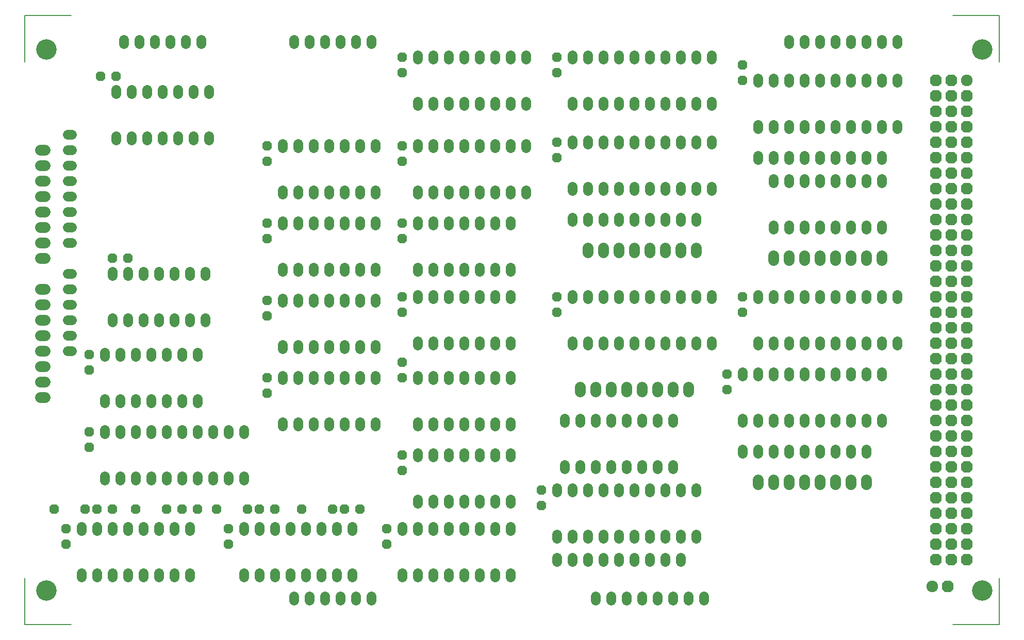
<source format=gts>
G75*
G70*
%OFA0B0*%
%FSLAX24Y24*%
%IPPOS*%
%LPD*%
%AMOC8*
5,1,8,0,0,1.08239X$1,22.5*
%
%ADD10C,0.0624*%
%ADD11OC8,0.0624*%
%ADD12C,0.0756*%
%ADD13OC8,0.0756*%
%ADD14C,0.1320*%
%ADD15C,0.0060*%
%ADD16C,0.0712*%
D10*
X008598Y010490D02*
X008598Y010750D01*
X009598Y010750D02*
X009598Y010490D01*
X010598Y010490D02*
X010598Y010750D01*
X011598Y010750D02*
X011598Y010490D01*
X012598Y010490D02*
X012598Y010750D01*
X013598Y010750D02*
X013598Y010490D01*
X014598Y010490D02*
X014598Y010750D01*
X015598Y010750D02*
X015598Y010490D01*
X015598Y013490D02*
X015598Y013750D01*
X014598Y013750D02*
X014598Y013490D01*
X013598Y013490D02*
X013598Y013750D01*
X012598Y013750D02*
X012598Y013490D01*
X011598Y013490D02*
X011598Y013750D01*
X010598Y013750D02*
X010598Y013490D01*
X009598Y013490D02*
X009598Y013750D01*
X008598Y013750D02*
X008598Y013490D01*
X010098Y016740D02*
X010098Y017000D01*
X011098Y017000D02*
X011098Y016740D01*
X012098Y016740D02*
X012098Y017000D01*
X013098Y017000D02*
X013098Y016740D01*
X014098Y016740D02*
X014098Y017000D01*
X015098Y017000D02*
X015098Y016740D01*
X016098Y016740D02*
X016098Y017000D01*
X017098Y017000D02*
X017098Y016740D01*
X018098Y016740D02*
X018098Y017000D01*
X019098Y017000D02*
X019098Y016740D01*
X019098Y013750D02*
X019098Y013490D01*
X020098Y013490D02*
X020098Y013750D01*
X021098Y013750D02*
X021098Y013490D01*
X022098Y013490D02*
X022098Y013750D01*
X023098Y013750D02*
X023098Y013490D01*
X024098Y013490D02*
X024098Y013750D01*
X025098Y013750D02*
X025098Y013490D01*
X026098Y013490D02*
X026098Y013750D01*
X029348Y013750D02*
X029348Y013490D01*
X030348Y013490D02*
X030348Y013750D01*
X031348Y013750D02*
X031348Y013490D01*
X032348Y013490D02*
X032348Y013750D01*
X033348Y013750D02*
X033348Y013490D01*
X034348Y013490D02*
X034348Y013750D01*
X035348Y013750D02*
X035348Y013490D01*
X036348Y013490D02*
X036348Y013750D01*
X036348Y015240D02*
X036348Y015500D01*
X035348Y015500D02*
X035348Y015240D01*
X034348Y015240D02*
X034348Y015500D01*
X033348Y015500D02*
X033348Y015240D01*
X032348Y015240D02*
X032348Y015500D01*
X031348Y015500D02*
X031348Y015240D01*
X030348Y015240D02*
X030348Y015500D01*
X030348Y018240D02*
X030348Y018500D01*
X031348Y018500D02*
X031348Y018240D01*
X032348Y018240D02*
X032348Y018500D01*
X033348Y018500D02*
X033348Y018240D01*
X034348Y018240D02*
X034348Y018500D01*
X035348Y018500D02*
X035348Y018240D01*
X036348Y018240D02*
X036348Y018500D01*
X036348Y020240D02*
X036348Y020500D01*
X035348Y020500D02*
X035348Y020240D01*
X034348Y020240D02*
X034348Y020500D01*
X033348Y020500D02*
X033348Y020240D01*
X032348Y020240D02*
X032348Y020500D01*
X031348Y020500D02*
X031348Y020240D01*
X030348Y020240D02*
X030348Y020500D01*
X027598Y020500D02*
X027598Y020240D01*
X026598Y020240D02*
X026598Y020500D01*
X025598Y020500D02*
X025598Y020240D01*
X024598Y020240D02*
X024598Y020500D01*
X023598Y020500D02*
X023598Y020240D01*
X022598Y020240D02*
X022598Y020500D01*
X021598Y020500D02*
X021598Y020240D01*
X019098Y020000D02*
X019098Y019740D01*
X018098Y019740D02*
X018098Y020000D01*
X017098Y020000D02*
X017098Y019740D01*
X016098Y019740D02*
X016098Y020000D01*
X015098Y020000D02*
X015098Y019740D01*
X014098Y019740D02*
X014098Y020000D01*
X013098Y020000D02*
X013098Y019740D01*
X012098Y019740D02*
X012098Y020000D01*
X011098Y020000D02*
X011098Y019740D01*
X010098Y019740D02*
X010098Y020000D01*
X010098Y021740D02*
X010098Y022000D01*
X011098Y022000D02*
X011098Y021740D01*
X012098Y021740D02*
X012098Y022000D01*
X013098Y022000D02*
X013098Y021740D01*
X014098Y021740D02*
X014098Y022000D01*
X015098Y022000D02*
X015098Y021740D01*
X016098Y021740D02*
X016098Y022000D01*
X016098Y024740D02*
X016098Y025000D01*
X015098Y025000D02*
X015098Y024740D01*
X014098Y024740D02*
X014098Y025000D01*
X013098Y025000D02*
X013098Y024740D01*
X012098Y024740D02*
X012098Y025000D01*
X011098Y025000D02*
X011098Y024740D01*
X010098Y024740D02*
X010098Y025000D01*
X010598Y026990D02*
X010598Y027250D01*
X011598Y027250D02*
X011598Y026990D01*
X012598Y026990D02*
X012598Y027250D01*
X013598Y027250D02*
X013598Y026990D01*
X014598Y026990D02*
X014598Y027250D01*
X015598Y027250D02*
X015598Y026990D01*
X016598Y026990D02*
X016598Y027250D01*
X016598Y029990D02*
X016598Y030250D01*
X015598Y030250D02*
X015598Y029990D01*
X014598Y029990D02*
X014598Y030250D01*
X013598Y030250D02*
X013598Y029990D01*
X012598Y029990D02*
X012598Y030250D01*
X011598Y030250D02*
X011598Y029990D01*
X010598Y029990D02*
X010598Y030250D01*
X007978Y030120D02*
X007718Y030120D01*
X007718Y029120D02*
X007978Y029120D01*
X007978Y028120D02*
X007718Y028120D01*
X007718Y027120D02*
X007978Y027120D01*
X007978Y026120D02*
X007718Y026120D01*
X007718Y025120D02*
X007978Y025120D01*
X007978Y032120D02*
X007718Y032120D01*
X007718Y033120D02*
X007978Y033120D01*
X007978Y034120D02*
X007718Y034120D01*
X007718Y035120D02*
X007978Y035120D01*
X007978Y036120D02*
X007718Y036120D01*
X007718Y037120D02*
X007978Y037120D01*
X007978Y038120D02*
X007718Y038120D01*
X007718Y039120D02*
X007978Y039120D01*
X010848Y039000D02*
X010848Y038740D01*
X011848Y038740D02*
X011848Y039000D01*
X012848Y039000D02*
X012848Y038740D01*
X013848Y038740D02*
X013848Y039000D01*
X014848Y039000D02*
X014848Y038740D01*
X015848Y038740D02*
X015848Y039000D01*
X016848Y039000D02*
X016848Y038740D01*
X016848Y041740D02*
X016848Y042000D01*
X015848Y042000D02*
X015848Y041740D01*
X014848Y041740D02*
X014848Y042000D01*
X013848Y042000D02*
X013848Y041740D01*
X012848Y041740D02*
X012848Y042000D01*
X011848Y042000D02*
X011848Y041740D01*
X010848Y041740D02*
X010848Y042000D01*
X011348Y044990D02*
X011348Y045250D01*
X012348Y045250D02*
X012348Y044990D01*
X013348Y044990D02*
X013348Y045250D01*
X014348Y045250D02*
X014348Y044990D01*
X015348Y044990D02*
X015348Y045250D01*
X016348Y045250D02*
X016348Y044990D01*
X022348Y044990D02*
X022348Y045250D01*
X023348Y045250D02*
X023348Y044990D01*
X024348Y044990D02*
X024348Y045250D01*
X025348Y045250D02*
X025348Y044990D01*
X026348Y044990D02*
X026348Y045250D01*
X027348Y045250D02*
X027348Y044990D01*
X030348Y044250D02*
X030348Y043990D01*
X031348Y043990D02*
X031348Y044250D01*
X032348Y044250D02*
X032348Y043990D01*
X033348Y043990D02*
X033348Y044250D01*
X034348Y044250D02*
X034348Y043990D01*
X035348Y043990D02*
X035348Y044250D01*
X036348Y044250D02*
X036348Y043990D01*
X037348Y043990D02*
X037348Y044250D01*
X040348Y044250D02*
X040348Y043990D01*
X041348Y043990D02*
X041348Y044250D01*
X042348Y044250D02*
X042348Y043990D01*
X043348Y043990D02*
X043348Y044250D01*
X044348Y044250D02*
X044348Y043990D01*
X045348Y043990D02*
X045348Y044250D01*
X046348Y044250D02*
X046348Y043990D01*
X047348Y043990D02*
X047348Y044250D01*
X048348Y044250D02*
X048348Y043990D01*
X049348Y043990D02*
X049348Y044250D01*
X052348Y042750D02*
X052348Y042490D01*
X053348Y042490D02*
X053348Y042750D01*
X054348Y042750D02*
X054348Y042490D01*
X055348Y042490D02*
X055348Y042750D01*
X056348Y042750D02*
X056348Y042490D01*
X057348Y042490D02*
X057348Y042750D01*
X058348Y042750D02*
X058348Y042490D01*
X059348Y042490D02*
X059348Y042750D01*
X060348Y042750D02*
X060348Y042490D01*
X061348Y042490D02*
X061348Y042750D01*
X061348Y044990D02*
X061348Y045250D01*
X060348Y045250D02*
X060348Y044990D01*
X059348Y044990D02*
X059348Y045250D01*
X058348Y045250D02*
X058348Y044990D01*
X057348Y044990D02*
X057348Y045250D01*
X056348Y045250D02*
X056348Y044990D01*
X055348Y044990D02*
X055348Y045250D01*
X054348Y045250D02*
X054348Y044990D01*
X049348Y041250D02*
X049348Y040990D01*
X048348Y040990D02*
X048348Y041250D01*
X047348Y041250D02*
X047348Y040990D01*
X046348Y040990D02*
X046348Y041250D01*
X045348Y041250D02*
X045348Y040990D01*
X044348Y040990D02*
X044348Y041250D01*
X043348Y041250D02*
X043348Y040990D01*
X042348Y040990D02*
X042348Y041250D01*
X041348Y041250D02*
X041348Y040990D01*
X040348Y040990D02*
X040348Y041250D01*
X037348Y041250D02*
X037348Y040990D01*
X036348Y040990D02*
X036348Y041250D01*
X035348Y041250D02*
X035348Y040990D01*
X034348Y040990D02*
X034348Y041250D01*
X033348Y041250D02*
X033348Y040990D01*
X032348Y040990D02*
X032348Y041250D01*
X031348Y041250D02*
X031348Y040990D01*
X030348Y040990D02*
X030348Y041250D01*
X030348Y038500D02*
X030348Y038240D01*
X031348Y038240D02*
X031348Y038500D01*
X032348Y038500D02*
X032348Y038240D01*
X033348Y038240D02*
X033348Y038500D01*
X034348Y038500D02*
X034348Y038240D01*
X035348Y038240D02*
X035348Y038500D01*
X036348Y038500D02*
X036348Y038240D01*
X037348Y038240D02*
X037348Y038500D01*
X040348Y038490D02*
X040348Y038750D01*
X041348Y038750D02*
X041348Y038490D01*
X042348Y038490D02*
X042348Y038750D01*
X043348Y038750D02*
X043348Y038490D01*
X044348Y038490D02*
X044348Y038750D01*
X045348Y038750D02*
X045348Y038490D01*
X046348Y038490D02*
X046348Y038750D01*
X047348Y038750D02*
X047348Y038490D01*
X048348Y038490D02*
X048348Y038750D01*
X049348Y038750D02*
X049348Y038490D01*
X052348Y037750D02*
X052348Y037490D01*
X053348Y037490D02*
X053348Y037750D01*
X054348Y037750D02*
X054348Y037490D01*
X055348Y037490D02*
X055348Y037750D01*
X056348Y037750D02*
X056348Y037490D01*
X057348Y037490D02*
X057348Y037750D01*
X058348Y037750D02*
X058348Y037490D01*
X059348Y037490D02*
X059348Y037750D01*
X060348Y037750D02*
X060348Y037490D01*
X060348Y036250D02*
X060348Y035990D01*
X059348Y035990D02*
X059348Y036250D01*
X058348Y036250D02*
X058348Y035990D01*
X057348Y035990D02*
X057348Y036250D01*
X056348Y036250D02*
X056348Y035990D01*
X055348Y035990D02*
X055348Y036250D01*
X054348Y036250D02*
X054348Y035990D01*
X053348Y035990D02*
X053348Y036250D01*
X053348Y033250D02*
X053348Y032990D01*
X054348Y032990D02*
X054348Y033250D01*
X055348Y033250D02*
X055348Y032990D01*
X056348Y032990D02*
X056348Y033250D01*
X057348Y033250D02*
X057348Y032990D01*
X058348Y032990D02*
X058348Y033250D01*
X059348Y033250D02*
X059348Y032990D01*
X060348Y032990D02*
X060348Y033250D01*
X060348Y028750D02*
X060348Y028490D01*
X061348Y028490D02*
X061348Y028750D01*
X059348Y028750D02*
X059348Y028490D01*
X058348Y028490D02*
X058348Y028750D01*
X057348Y028750D02*
X057348Y028490D01*
X056348Y028490D02*
X056348Y028750D01*
X055348Y028750D02*
X055348Y028490D01*
X054348Y028490D02*
X054348Y028750D01*
X053348Y028750D02*
X053348Y028490D01*
X052348Y028490D02*
X052348Y028750D01*
X049348Y028750D02*
X049348Y028490D01*
X048348Y028490D02*
X048348Y028750D01*
X047348Y028750D02*
X047348Y028490D01*
X046348Y028490D02*
X046348Y028750D01*
X045348Y028750D02*
X045348Y028490D01*
X044348Y028490D02*
X044348Y028750D01*
X043348Y028750D02*
X043348Y028490D01*
X042348Y028490D02*
X042348Y028750D01*
X041348Y028750D02*
X041348Y028490D01*
X040348Y028490D02*
X040348Y028750D01*
X036348Y028750D02*
X036348Y028490D01*
X035348Y028490D02*
X035348Y028750D01*
X034348Y028750D02*
X034348Y028490D01*
X033348Y028490D02*
X033348Y028750D01*
X032348Y028750D02*
X032348Y028490D01*
X031348Y028490D02*
X031348Y028750D01*
X030348Y028750D02*
X030348Y028490D01*
X030348Y030240D02*
X030348Y030500D01*
X031348Y030500D02*
X031348Y030240D01*
X032348Y030240D02*
X032348Y030500D01*
X033348Y030500D02*
X033348Y030240D01*
X034348Y030240D02*
X034348Y030500D01*
X035348Y030500D02*
X035348Y030240D01*
X036348Y030240D02*
X036348Y030500D01*
X036348Y033240D02*
X036348Y033500D01*
X035348Y033500D02*
X035348Y033240D01*
X034348Y033240D02*
X034348Y033500D01*
X033348Y033500D02*
X033348Y033240D01*
X032348Y033240D02*
X032348Y033500D01*
X031348Y033500D02*
X031348Y033240D01*
X030348Y033240D02*
X030348Y033500D01*
X030348Y035240D02*
X030348Y035500D01*
X031348Y035500D02*
X031348Y035240D01*
X032348Y035240D02*
X032348Y035500D01*
X033348Y035500D02*
X033348Y035240D01*
X034348Y035240D02*
X034348Y035500D01*
X035348Y035500D02*
X035348Y035240D01*
X036348Y035240D02*
X036348Y035500D01*
X037348Y035500D02*
X037348Y035240D01*
X040348Y035490D02*
X040348Y035750D01*
X041348Y035750D02*
X041348Y035490D01*
X042348Y035490D02*
X042348Y035750D01*
X043348Y035750D02*
X043348Y035490D01*
X044348Y035490D02*
X044348Y035750D01*
X045348Y035750D02*
X045348Y035490D01*
X046348Y035490D02*
X046348Y035750D01*
X047348Y035750D02*
X047348Y035490D01*
X048348Y035490D02*
X048348Y035750D01*
X049348Y035750D02*
X049348Y035490D01*
X048348Y033750D02*
X048348Y033490D01*
X047348Y033490D02*
X047348Y033750D01*
X046348Y033750D02*
X046348Y033490D01*
X045348Y033490D02*
X045348Y033750D01*
X044348Y033750D02*
X044348Y033490D01*
X043348Y033490D02*
X043348Y033750D01*
X042348Y033750D02*
X042348Y033490D01*
X041348Y033490D02*
X041348Y033750D01*
X040348Y033750D02*
X040348Y033490D01*
X040348Y025750D02*
X040348Y025490D01*
X041348Y025490D02*
X041348Y025750D01*
X042348Y025750D02*
X042348Y025490D01*
X043348Y025490D02*
X043348Y025750D01*
X044348Y025750D02*
X044348Y025490D01*
X045348Y025490D02*
X045348Y025750D01*
X046348Y025750D02*
X046348Y025490D01*
X047348Y025490D02*
X047348Y025750D01*
X048348Y025750D02*
X048348Y025490D01*
X049348Y025490D02*
X049348Y025750D01*
X051348Y023750D02*
X051348Y023490D01*
X052348Y023490D02*
X052348Y023750D01*
X053348Y023750D02*
X053348Y023490D01*
X054348Y023490D02*
X054348Y023750D01*
X055348Y023750D02*
X055348Y023490D01*
X056348Y023490D02*
X056348Y023750D01*
X057348Y023750D02*
X057348Y023490D01*
X058348Y023490D02*
X058348Y023750D01*
X059348Y023750D02*
X059348Y023490D01*
X060348Y023490D02*
X060348Y023750D01*
X060348Y025490D02*
X060348Y025750D01*
X061348Y025750D02*
X061348Y025490D01*
X059348Y025490D02*
X059348Y025750D01*
X058348Y025750D02*
X058348Y025490D01*
X057348Y025490D02*
X057348Y025750D01*
X056348Y025750D02*
X056348Y025490D01*
X055348Y025490D02*
X055348Y025750D01*
X054348Y025750D02*
X054348Y025490D01*
X053348Y025490D02*
X053348Y025750D01*
X052348Y025750D02*
X052348Y025490D01*
X052348Y020750D02*
X052348Y020490D01*
X051348Y020490D02*
X051348Y020750D01*
X053348Y020750D02*
X053348Y020490D01*
X054348Y020490D02*
X054348Y020750D01*
X055348Y020750D02*
X055348Y020490D01*
X056348Y020490D02*
X056348Y020750D01*
X057348Y020750D02*
X057348Y020490D01*
X058348Y020490D02*
X058348Y020750D01*
X059348Y020750D02*
X059348Y020490D01*
X060348Y020490D02*
X060348Y020750D01*
X059348Y018750D02*
X059348Y018490D01*
X058348Y018490D02*
X058348Y018750D01*
X057348Y018750D02*
X057348Y018490D01*
X056348Y018490D02*
X056348Y018750D01*
X055348Y018750D02*
X055348Y018490D01*
X054348Y018490D02*
X054348Y018750D01*
X053348Y018750D02*
X053348Y018490D01*
X052348Y018490D02*
X052348Y018750D01*
X051348Y018750D02*
X051348Y018490D01*
X048348Y016250D02*
X048348Y015990D01*
X047348Y015990D02*
X047348Y016250D01*
X046348Y016250D02*
X046348Y015990D01*
X045348Y015990D02*
X045348Y016250D01*
X044348Y016250D02*
X044348Y015990D01*
X043348Y015990D02*
X043348Y016250D01*
X042348Y016250D02*
X042348Y015990D01*
X041348Y015990D02*
X041348Y016250D01*
X040348Y016250D02*
X040348Y015990D01*
X039348Y015990D02*
X039348Y016250D01*
X039848Y017490D02*
X039848Y017750D01*
X040848Y017750D02*
X040848Y017490D01*
X041848Y017490D02*
X041848Y017750D01*
X042848Y017750D02*
X042848Y017490D01*
X043848Y017490D02*
X043848Y017750D01*
X044848Y017750D02*
X044848Y017490D01*
X045848Y017490D02*
X045848Y017750D01*
X046848Y017750D02*
X046848Y017490D01*
X046848Y020490D02*
X046848Y020750D01*
X045848Y020750D02*
X045848Y020490D01*
X044848Y020490D02*
X044848Y020750D01*
X043848Y020750D02*
X043848Y020490D01*
X042848Y020490D02*
X042848Y020750D01*
X041848Y020750D02*
X041848Y020490D01*
X040848Y020490D02*
X040848Y020750D01*
X039848Y020750D02*
X039848Y020490D01*
X036348Y023240D02*
X036348Y023500D01*
X035348Y023500D02*
X035348Y023240D01*
X034348Y023240D02*
X034348Y023500D01*
X033348Y023500D02*
X033348Y023240D01*
X032348Y023240D02*
X032348Y023500D01*
X031348Y023500D02*
X031348Y023240D01*
X030348Y023240D02*
X030348Y023500D01*
X030348Y025490D02*
X030348Y025750D01*
X031348Y025750D02*
X031348Y025490D01*
X032348Y025490D02*
X032348Y025750D01*
X033348Y025750D02*
X033348Y025490D01*
X034348Y025490D02*
X034348Y025750D01*
X035348Y025750D02*
X035348Y025490D01*
X036348Y025490D02*
X036348Y025750D01*
X027598Y025500D02*
X027598Y025240D01*
X026598Y025240D02*
X026598Y025500D01*
X025598Y025500D02*
X025598Y025240D01*
X024598Y025240D02*
X024598Y025500D01*
X023598Y025500D02*
X023598Y025240D01*
X022598Y025240D02*
X022598Y025500D01*
X021598Y025500D02*
X021598Y025240D01*
X021598Y023500D02*
X021598Y023240D01*
X022598Y023240D02*
X022598Y023500D01*
X023598Y023500D02*
X023598Y023240D01*
X024598Y023240D02*
X024598Y023500D01*
X025598Y023500D02*
X025598Y023240D01*
X026598Y023240D02*
X026598Y023500D01*
X027598Y023500D02*
X027598Y023240D01*
X027598Y028240D02*
X027598Y028500D01*
X026598Y028500D02*
X026598Y028240D01*
X025598Y028240D02*
X025598Y028500D01*
X024598Y028500D02*
X024598Y028240D01*
X023598Y028240D02*
X023598Y028500D01*
X022598Y028500D02*
X022598Y028240D01*
X021598Y028240D02*
X021598Y028500D01*
X021598Y030240D02*
X021598Y030500D01*
X022598Y030500D02*
X022598Y030240D01*
X023598Y030240D02*
X023598Y030500D01*
X024598Y030500D02*
X024598Y030240D01*
X025598Y030240D02*
X025598Y030500D01*
X026598Y030500D02*
X026598Y030240D01*
X027598Y030240D02*
X027598Y030500D01*
X027598Y033240D02*
X027598Y033500D01*
X026598Y033500D02*
X026598Y033240D01*
X025598Y033240D02*
X025598Y033500D01*
X024598Y033500D02*
X024598Y033240D01*
X023598Y033240D02*
X023598Y033500D01*
X022598Y033500D02*
X022598Y033240D01*
X021598Y033240D02*
X021598Y033500D01*
X021598Y035240D02*
X021598Y035500D01*
X022598Y035500D02*
X022598Y035240D01*
X023598Y035240D02*
X023598Y035500D01*
X024598Y035500D02*
X024598Y035240D01*
X025598Y035240D02*
X025598Y035500D01*
X026598Y035500D02*
X026598Y035240D01*
X027598Y035240D02*
X027598Y035500D01*
X027598Y038240D02*
X027598Y038500D01*
X026598Y038500D02*
X026598Y038240D01*
X025598Y038240D02*
X025598Y038500D01*
X024598Y038500D02*
X024598Y038240D01*
X023598Y038240D02*
X023598Y038500D01*
X022598Y038500D02*
X022598Y038240D01*
X021598Y038240D02*
X021598Y038500D01*
X052348Y039490D02*
X052348Y039750D01*
X053348Y039750D02*
X053348Y039490D01*
X054348Y039490D02*
X054348Y039750D01*
X055348Y039750D02*
X055348Y039490D01*
X056348Y039490D02*
X056348Y039750D01*
X057348Y039750D02*
X057348Y039490D01*
X058348Y039490D02*
X058348Y039750D01*
X059348Y039750D02*
X059348Y039490D01*
X060348Y039490D02*
X060348Y039750D01*
X061348Y039750D02*
X061348Y039490D01*
X048348Y013250D02*
X048348Y012990D01*
X047348Y012990D02*
X047348Y013250D01*
X046348Y013250D02*
X046348Y012990D01*
X045348Y012990D02*
X045348Y013250D01*
X044348Y013250D02*
X044348Y012990D01*
X043348Y012990D02*
X043348Y013250D01*
X042348Y013250D02*
X042348Y012990D01*
X041348Y012990D02*
X041348Y013250D01*
X040348Y013250D02*
X040348Y012990D01*
X039348Y012990D02*
X039348Y013250D01*
X039348Y011750D02*
X039348Y011490D01*
X040348Y011490D02*
X040348Y011750D01*
X041348Y011750D02*
X041348Y011490D01*
X042348Y011490D02*
X042348Y011750D01*
X043348Y011750D02*
X043348Y011490D01*
X044348Y011490D02*
X044348Y011750D01*
X045348Y011750D02*
X045348Y011490D01*
X046348Y011490D02*
X046348Y011750D01*
X047348Y011750D02*
X047348Y011490D01*
X047848Y009250D02*
X047848Y008990D01*
X048848Y008990D02*
X048848Y009250D01*
X046848Y009250D02*
X046848Y008990D01*
X045848Y008990D02*
X045848Y009250D01*
X044848Y009250D02*
X044848Y008990D01*
X043848Y008990D02*
X043848Y009250D01*
X042848Y009250D02*
X042848Y008990D01*
X041848Y008990D02*
X041848Y009250D01*
X036348Y010490D02*
X036348Y010750D01*
X035348Y010750D02*
X035348Y010490D01*
X034348Y010490D02*
X034348Y010750D01*
X033348Y010750D02*
X033348Y010490D01*
X032348Y010490D02*
X032348Y010750D01*
X031348Y010750D02*
X031348Y010490D01*
X030348Y010490D02*
X030348Y010750D01*
X029348Y010750D02*
X029348Y010490D01*
X027348Y009250D02*
X027348Y008990D01*
X026348Y008990D02*
X026348Y009250D01*
X025348Y009250D02*
X025348Y008990D01*
X024348Y008990D02*
X024348Y009250D01*
X023348Y009250D02*
X023348Y008990D01*
X022348Y008990D02*
X022348Y009250D01*
X022098Y010490D02*
X022098Y010750D01*
X023098Y010750D02*
X023098Y010490D01*
X024098Y010490D02*
X024098Y010750D01*
X025098Y010750D02*
X025098Y010490D01*
X026098Y010490D02*
X026098Y010750D01*
X021098Y010750D02*
X021098Y010490D01*
X020098Y010490D02*
X020098Y010750D01*
X019098Y010750D02*
X019098Y010490D01*
D11*
X018098Y012620D03*
X018098Y013620D03*
X017348Y014870D03*
X016098Y014870D03*
X015098Y014870D03*
X014098Y014870D03*
X012098Y014870D03*
X010598Y014870D03*
X009598Y014870D03*
X008848Y014870D03*
X007598Y013620D03*
X007598Y012620D03*
X006848Y014870D03*
X009098Y018870D03*
X009098Y019870D03*
X009098Y023870D03*
X009098Y024870D03*
X010598Y031120D03*
X011598Y031120D03*
X020598Y032370D03*
X020598Y033370D03*
X020598Y037370D03*
X020598Y038370D03*
X029348Y038370D03*
X029348Y037370D03*
X029348Y033370D03*
X029348Y032370D03*
X029348Y028620D03*
X029348Y027620D03*
X029348Y024370D03*
X029348Y023370D03*
X029348Y018370D03*
X029348Y017370D03*
X026598Y014870D03*
X025598Y014870D03*
X024848Y014870D03*
X022848Y014870D03*
X021098Y014870D03*
X020098Y014870D03*
X019348Y014870D03*
X028348Y013620D03*
X028348Y012620D03*
X038348Y015120D03*
X038348Y016120D03*
X050348Y022620D03*
X050348Y023620D03*
X051348Y027620D03*
X051348Y028620D03*
X039348Y028620D03*
X039348Y027620D03*
X039348Y037620D03*
X039348Y038620D03*
X039348Y043120D03*
X039348Y044120D03*
X029348Y044120D03*
X029348Y043120D03*
X010848Y042870D03*
X009848Y042870D03*
X020598Y028370D03*
X020598Y027370D03*
X020598Y023370D03*
X020598Y022370D03*
X051348Y042620D03*
X051348Y043620D03*
D12*
X065848Y042620D03*
X063598Y009870D03*
D13*
X064598Y009870D03*
X064848Y011620D03*
X065848Y011620D03*
X065848Y012620D03*
X064848Y012620D03*
X064848Y013620D03*
X064848Y014620D03*
X065848Y014620D03*
X065848Y013620D03*
X065848Y015620D03*
X064848Y015620D03*
X064848Y016620D03*
X065848Y016620D03*
X065848Y017620D03*
X064848Y017620D03*
X064848Y018620D03*
X065848Y018620D03*
X065848Y019620D03*
X064848Y019620D03*
X064848Y020620D03*
X064848Y021620D03*
X065848Y021620D03*
X065848Y020620D03*
X065848Y022620D03*
X064848Y022620D03*
X064848Y023620D03*
X065848Y023620D03*
X065848Y024620D03*
X064848Y024620D03*
X064848Y025620D03*
X065848Y025620D03*
X065848Y026620D03*
X065848Y027620D03*
X064848Y027620D03*
X064848Y026620D03*
X063848Y026620D03*
X063848Y027620D03*
X063848Y028620D03*
X063848Y029620D03*
X063848Y030620D03*
X063848Y031620D03*
X063848Y032620D03*
X063848Y033620D03*
X063848Y034620D03*
X063848Y035620D03*
X063848Y036620D03*
X063848Y037620D03*
X063848Y038620D03*
X063848Y039620D03*
X063848Y040620D03*
X063848Y041620D03*
X063848Y042620D03*
X064848Y042620D03*
X064848Y041620D03*
X065848Y041620D03*
X065848Y040620D03*
X064848Y040620D03*
X064848Y039620D03*
X065848Y039620D03*
X065848Y038620D03*
X064848Y038620D03*
X064848Y037620D03*
X065848Y037620D03*
X065848Y036620D03*
X064848Y036620D03*
X064848Y035620D03*
X065848Y035620D03*
X065848Y034620D03*
X064848Y034620D03*
X064848Y033620D03*
X065848Y033620D03*
X065848Y032620D03*
X064848Y032620D03*
X064848Y031620D03*
X065848Y031620D03*
X065848Y030620D03*
X064848Y030620D03*
X064848Y029620D03*
X065848Y029620D03*
X065848Y028620D03*
X064848Y028620D03*
X063848Y025620D03*
X063848Y024620D03*
X063848Y023620D03*
X063848Y022620D03*
X063848Y021620D03*
X063848Y020620D03*
X063848Y019620D03*
X063848Y018620D03*
X063848Y017620D03*
X063848Y016620D03*
X063848Y015620D03*
X063848Y014620D03*
X063848Y013620D03*
X063848Y012620D03*
X063848Y011620D03*
D14*
X066848Y009620D03*
X066848Y044620D03*
X006348Y044620D03*
X006348Y009620D03*
D15*
X004948Y010430D02*
X004948Y007430D01*
X007948Y007430D01*
X004948Y043810D02*
X004948Y046810D01*
X007948Y046810D01*
X064948Y046810D02*
X067948Y046810D01*
X067948Y043810D01*
X067948Y010430D02*
X067948Y007430D01*
X064948Y007430D01*
D16*
X059348Y016471D02*
X059348Y016768D01*
X058348Y016768D02*
X058348Y016471D01*
X057348Y016471D02*
X057348Y016768D01*
X056348Y016768D02*
X056348Y016471D01*
X055348Y016471D02*
X055348Y016768D01*
X054348Y016768D02*
X054348Y016471D01*
X053348Y016471D02*
X053348Y016768D01*
X052348Y016768D02*
X052348Y016471D01*
X047848Y022471D02*
X047848Y022768D01*
X046848Y022768D02*
X046848Y022471D01*
X045848Y022471D02*
X045848Y022768D01*
X044848Y022768D02*
X044848Y022471D01*
X043848Y022471D02*
X043848Y022768D01*
X042848Y022768D02*
X042848Y022471D01*
X041848Y022471D02*
X041848Y022768D01*
X040848Y022768D02*
X040848Y022471D01*
X041348Y031471D02*
X041348Y031768D01*
X042348Y031768D02*
X042348Y031471D01*
X043348Y031471D02*
X043348Y031768D01*
X044348Y031768D02*
X044348Y031471D01*
X045348Y031471D02*
X045348Y031768D01*
X046348Y031768D02*
X046348Y031471D01*
X047348Y031471D02*
X047348Y031768D01*
X048348Y031768D02*
X048348Y031471D01*
X053348Y031268D02*
X053348Y030971D01*
X054348Y030971D02*
X054348Y031268D01*
X055348Y031268D02*
X055348Y030971D01*
X056348Y030971D02*
X056348Y031268D01*
X057348Y031268D02*
X057348Y030971D01*
X058348Y030971D02*
X058348Y031268D01*
X059348Y031268D02*
X059348Y030971D01*
X060348Y030971D02*
X060348Y031268D01*
X006246Y031120D02*
X005949Y031120D01*
X005949Y032120D02*
X006246Y032120D01*
X006246Y033120D02*
X005949Y033120D01*
X005949Y034120D02*
X006246Y034120D01*
X006246Y035120D02*
X005949Y035120D01*
X005949Y036120D02*
X006246Y036120D01*
X006246Y037120D02*
X005949Y037120D01*
X005949Y038120D02*
X006246Y038120D01*
X006246Y029120D02*
X005949Y029120D01*
X005949Y028120D02*
X006246Y028120D01*
X006246Y027120D02*
X005949Y027120D01*
X005949Y026120D02*
X006246Y026120D01*
X006246Y025120D02*
X005949Y025120D01*
X005949Y024120D02*
X006246Y024120D01*
X006246Y023120D02*
X005949Y023120D01*
X005949Y022120D02*
X006246Y022120D01*
M02*

</source>
